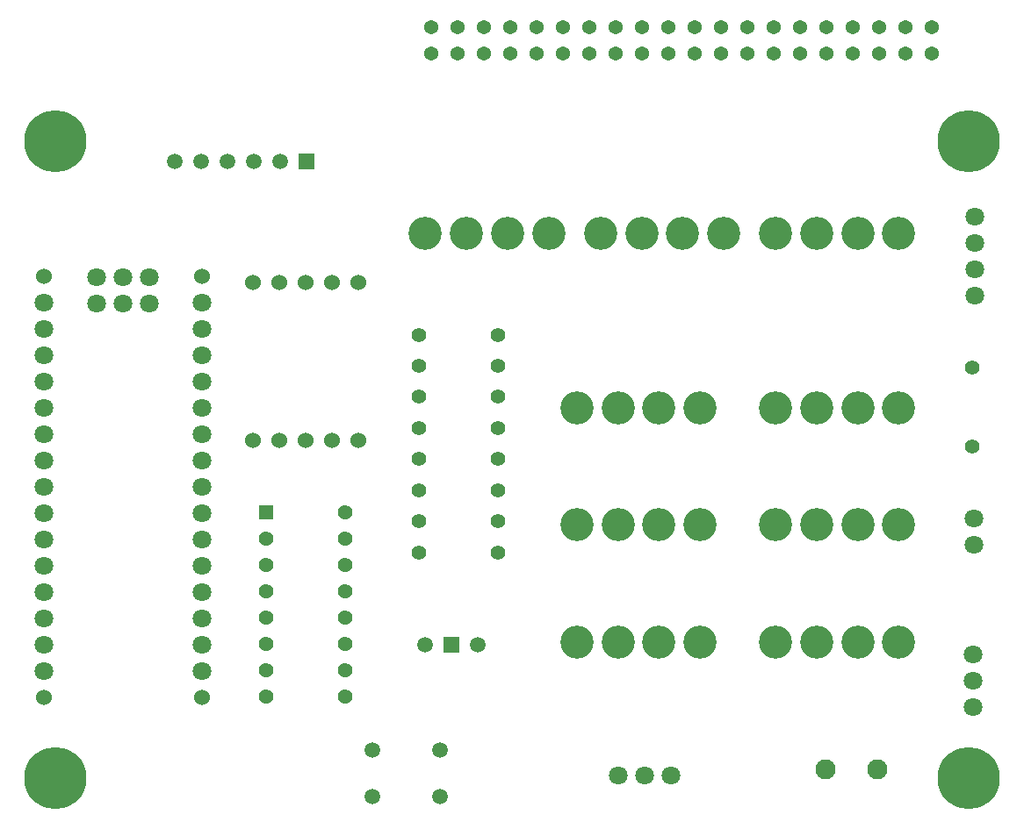
<source format=gbr>
%TF.GenerationSoftware,Altium Limited,Altium Designer,21.8.1 (53)*%
G04 Layer_Color=255*
%FSLAX43Y43*%
%MOMM*%
%TF.SameCoordinates,B19F3460-6A24-425D-A3EB-0114A067EE95*%
%TF.FilePolarity,Positive*%
%TF.FileFunction,Pads,Bot*%
%TF.Part,Single*%
G01*
G75*
%TA.AperFunction,ComponentPad*%
%ADD19C,1.400*%
%ADD20R,1.500X1.500*%
%ADD21C,1.500*%
%TA.AperFunction,ViaPad*%
%ADD22C,6.000*%
%TA.AperFunction,ComponentPad*%
%ADD23C,1.370*%
%ADD24C,1.800*%
%ADD25C,1.524*%
%ADD26C,1.425*%
%ADD27R,1.425X1.425*%
%ADD28C,3.200*%
%ADD29C,1.950*%
D19*
X39510Y32300D02*
D03*
X47130D02*
D03*
X92900Y36500D02*
D03*
Y44120D02*
D03*
X39510Y38300D02*
D03*
X47130D02*
D03*
X39510Y41300D02*
D03*
X47130D02*
D03*
X39510Y44300D02*
D03*
X47130D02*
D03*
X39510Y47300D02*
D03*
X47130D02*
D03*
X47130Y35300D02*
D03*
X39510D02*
D03*
X47130Y29300D02*
D03*
X39510D02*
D03*
X47130Y26300D02*
D03*
X39510D02*
D03*
D20*
X28700Y64000D02*
D03*
X42670Y17370D02*
D03*
D21*
X26160Y64000D02*
D03*
X23620D02*
D03*
X21080D02*
D03*
X18540D02*
D03*
X16000D02*
D03*
X40130Y17370D02*
D03*
X45210D02*
D03*
X41554Y7250D02*
D03*
X35054D02*
D03*
X41554Y2750D02*
D03*
X35054D02*
D03*
D22*
X92500Y66000D02*
D03*
X4500D02*
D03*
X92500Y4500D02*
D03*
X4500D02*
D03*
D23*
X40740Y74460D02*
D03*
Y77000D02*
D03*
X43280Y74460D02*
D03*
Y77000D02*
D03*
X45820Y74460D02*
D03*
Y77000D02*
D03*
X48360Y74460D02*
D03*
Y77000D02*
D03*
X50900Y74460D02*
D03*
Y77000D02*
D03*
X53440Y74460D02*
D03*
Y77000D02*
D03*
X55980Y74460D02*
D03*
Y77000D02*
D03*
X58520Y74460D02*
D03*
Y77000D02*
D03*
X61060Y74460D02*
D03*
Y77000D02*
D03*
X63600Y74460D02*
D03*
Y77000D02*
D03*
X66140Y74460D02*
D03*
Y77000D02*
D03*
X68680Y74460D02*
D03*
Y77000D02*
D03*
X71220Y74460D02*
D03*
Y77000D02*
D03*
X73760Y74460D02*
D03*
Y77000D02*
D03*
X76300Y74460D02*
D03*
Y77000D02*
D03*
X78840Y74460D02*
D03*
Y77000D02*
D03*
X81380Y74460D02*
D03*
Y77000D02*
D03*
X83920Y74460D02*
D03*
Y77000D02*
D03*
X86460Y74460D02*
D03*
Y77000D02*
D03*
X89000Y74460D02*
D03*
Y77000D02*
D03*
D24*
X93000Y16420D02*
D03*
Y13880D02*
D03*
Y11340D02*
D03*
X93050Y27000D02*
D03*
Y29540D02*
D03*
X93150Y58660D02*
D03*
Y56120D02*
D03*
Y53580D02*
D03*
Y51040D02*
D03*
X58793Y4727D02*
D03*
X61333D02*
D03*
X63874D02*
D03*
X3380Y50370D02*
D03*
Y47830D02*
D03*
Y45290D02*
D03*
Y42750D02*
D03*
Y40210D02*
D03*
Y37670D02*
D03*
Y35130D02*
D03*
Y32590D02*
D03*
Y30050D02*
D03*
Y27510D02*
D03*
Y24970D02*
D03*
Y22430D02*
D03*
Y19890D02*
D03*
Y17350D02*
D03*
Y14810D02*
D03*
X18620D02*
D03*
Y17350D02*
D03*
Y19890D02*
D03*
Y22430D02*
D03*
Y24970D02*
D03*
Y27510D02*
D03*
Y30050D02*
D03*
Y32590D02*
D03*
Y35130D02*
D03*
Y37670D02*
D03*
Y40210D02*
D03*
Y42750D02*
D03*
Y45290D02*
D03*
Y47830D02*
D03*
Y50370D02*
D03*
X8470Y52810D02*
D03*
X11010D02*
D03*
X13550D02*
D03*
X8470Y50270D02*
D03*
X11010D02*
D03*
X13550D02*
D03*
D25*
X3380Y12270D02*
D03*
X18620D02*
D03*
X3380Y52910D02*
D03*
X18620D02*
D03*
X23500Y37060D02*
D03*
X26040D02*
D03*
X28580D02*
D03*
X31120D02*
D03*
X33660D02*
D03*
Y52300D02*
D03*
X31120D02*
D03*
X28580D02*
D03*
X26040D02*
D03*
X23500D02*
D03*
D26*
X32390Y30150D02*
D03*
Y27610D02*
D03*
Y25070D02*
D03*
Y22530D02*
D03*
Y19990D02*
D03*
Y17450D02*
D03*
Y14910D02*
D03*
Y12370D02*
D03*
X24770D02*
D03*
Y14910D02*
D03*
Y17450D02*
D03*
Y19990D02*
D03*
Y22530D02*
D03*
Y25070D02*
D03*
Y27610D02*
D03*
D27*
Y30150D02*
D03*
D28*
X57040Y57050D02*
D03*
X61000D02*
D03*
X64960D02*
D03*
X68920D02*
D03*
X73920D02*
D03*
X77880D02*
D03*
X81840D02*
D03*
X85800D02*
D03*
X40160D02*
D03*
X44120D02*
D03*
X48080D02*
D03*
X52040D02*
D03*
X54760Y40230D02*
D03*
X58720D02*
D03*
X62680D02*
D03*
X66640D02*
D03*
X73920D02*
D03*
X77880D02*
D03*
X81840D02*
D03*
X85800D02*
D03*
X73920Y28950D02*
D03*
X77880D02*
D03*
X81840D02*
D03*
X85800D02*
D03*
X54760D02*
D03*
X58720D02*
D03*
X62680D02*
D03*
X66640D02*
D03*
X73920Y17670D02*
D03*
X77880D02*
D03*
X81840D02*
D03*
X85800D02*
D03*
X54760D02*
D03*
X58720D02*
D03*
X62680D02*
D03*
X66640D02*
D03*
D29*
X83700Y5327D02*
D03*
X78700D02*
D03*
%TF.MD5,d6dfac318141bc23efb0b6d60fc0d161*%
M02*

</source>
